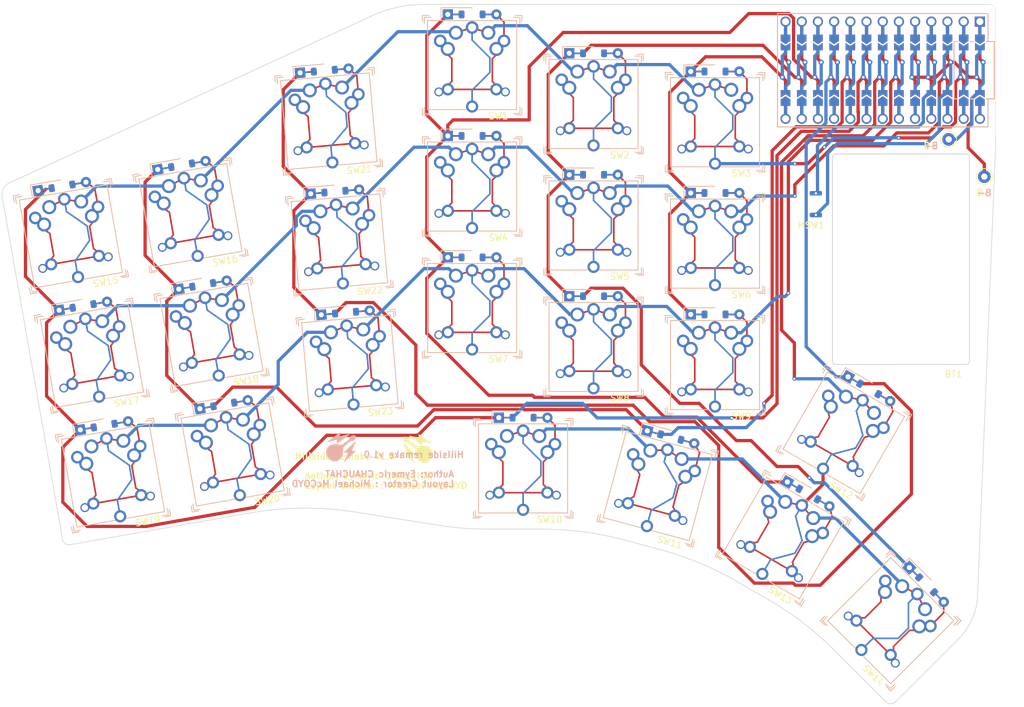
<source format=kicad_pcb>
(kicad_pcb (version 20240108) (generator "pcbnew") (generator_version "8.0")
  (layers (0 "F.Cu" signal) (31 "B.Cu" signal) (34 "B.Paste" user) (35 "F.Paste" user) (36 "B.SilkS" user "B.Silkscreen") (37 "F.SilkS" user "F.Silkscreen") (38 "B.Mask" user) (39 "F.Mask" user) (44 "Edge.Cuts" user))
  (net 0 "")
  (net 1 "+BATT")
  (net 2 "GND")
  (net 3 "/ROW 0")
  (net 4 "/COL 0")
  (net 5 "/COL 1")
  (net 6 "/COL 2")
  (net 7 "/COL 3")
  (net 8 "/COL 4")
  (net 9 "/COL 5")
  (net 10 "/ROW 1")
  (net 11 "/ROW 2")
  (net 12 "/ROW 3")
  (net 13 "VCC")
  (net 520 "Net-(U101-RST)")
  (footprint "Keyboard_CS:SW_UNIVERSAL_1.00u" (layer "F.Cu") (at 35.62308 83.70268 10)
    (property "Reference" "SW17")
    (property "Value" "~")
  )
  (footprint "Keyboard_CS:SW_UNIVERSAL_1.00u" (layer "F.Cu") (at 144.018 112.269485 -30)
    (property "Reference" "SW13")
    (property "Value" "~")
  )
  (footprint "Keyboard_CS:503020 battery hole" (layer "F.Cu") (at 173.25936 85.047775 180)
    (property "Reference" "BT1")
    (property "Value" "Battery_no_pin")
    (fp_line (start 21.5 0.5) (end 21.5 32.5) (stroke (width 0.12)) (layer "Edge.Cuts"))
    (fp_line (start 21 33) (end 0.5 33) (stroke (width 0.12)) (layer "Edge.Cuts"))
    (fp_line (start 0.5 0) (end 21 0) (stroke (width 0.12)) (layer "Edge.Cuts"))
    (fp_line (start 0 32.5) (end 0 0.5) (stroke (width 0.12)) (layer "Edge.Cuts"))
    (fp_arc (start 21.5 32.5) (mid 21.353553 32.853553) (end 21 33) (stroke (width 0.12)) (layer "Edge.Cuts"))
    (fp_arc (start 21 0) (mid 21.353553 0.146447) (end 21.5 0.5) (stroke (width 0.12)) (layer "Edge.Cuts"))
    (fp_arc (start 0.5 33) (mid 0.146447 32.853553) (end 0 32.5) (stroke (width 0.12)) (layer "Edge.Cuts"))
    (fp_arc (start 0 0.5) (mid 0.146447 0.146447) (end 0.5 0) (stroke (width 0.12)) (layer "Edge.Cuts"))
  )
  (footprint "Keyboard_CS:SW_UNIVERSAL_1.00u" (layer "F.Cu") (at 95.25 38.1)
    (property "Reference" "SW1")
    (property "Value" "~")
  )
  (footprint "Keyboard_CS:SW_UNIVERSAL_1.00u" (layer "F.Cu") (at 74.4265 65.869674 5)
    (property "Reference" "SW22")
    (property "Value" "~")
  )
  (footprint "Keyboard_CS:SW_UNIVERSAL_1.00u" (layer "F.Cu") (at 32.315083 64.942092 10)
    (property "Reference" "SW15")
    (property "Value" "~")
  )
  (footprint "Keyboard_CS:SW_UNIVERSAL_1.00u" (layer "F.Cu") (at 133.35 85.1535)
    (property "Reference" "SW9")
    (property "Value" "~")
  )
  (footprint "Keyboard_CS:Pin_D1.0mm_L10.0mm" (layer "F.Cu") (at 169.996 49.74535)
    (property "Reference" "J1" (hide yes))
    (property "Value" "Conn_01x01_Pin")
  )
  (footprint "Keyboard_CS:SW_UNIVERSAL_1.00u" (layer "F.Cu") (at 114.3 44.196)
    (property "Reference" "SW2")
    (property "Value" "~")
  )
  (footprint "Keyboard_CS:SW_UNIVERSAL_1.00u" (layer "F.Cu") (at 160.904244 125.226756 -45)
    (property "Reference" "SW14")
    (property "Value" "~")
  )
  (footprint "Keyboard_CS:ProMicro_DUAL_jumper" (layer "F.Cu") (at 172.352 31.27535 180)
    (property "Reference" "U101" (hide yes))
    (property "Value" "~")
  )
  (footprint "Keyboard_CS:SW_UNIVERSAL_1.00u" (layer "F.Cu") (at 54.383668 80.394682 10)
    (property "Reference" "SW18")
    (property "Value" "~")
  )
  (footprint "Keyboard_CS:SW_UNIVERSAL_1.00u" (layer "F.Cu") (at 153.543 95.771701 -30)
    (property "Reference" "SW12")
    (property "Value" "~")
  )
  (footprint "Keyboard_CS:SW_UNIVERSAL_1.00u" (layer "F.Cu") (at 133.35 47.0535)
    (property "Reference" "SW3")
    (property "Value" "~")
  )
  (footprint "Keyboard_CS:SW_UNIVERSAL_1.00u" (layer "F.Cu") (at 133.35 66.1035)
    (property "Reference" "SW6")
    (property "Value" "~")
  )
  (footprint "Keyboard_CS:MountingHole_2.2mm_M2_DIN965" (layer "F.Cu") (at 39.694 51.52335)
    (property "Reference" "H3" (hide yes))
    (property "Value" "MountingHole")
  )
  (footprint "Keyboard_CS:drawing" (layer "F.Cu") (at 86.684 98.25935)
    (property "Reference" "Sk1" (hide yes))
    (property "Value" "Silkscreen" (hide yes))
  )
  (footprint "Keyboard_CS:SW_UNIVERSAL_1.00u" (layer "F.Cu") (at 95.25 57.15)
    (property "Reference" "SW4")
    (property "Value" "~")
  )
  (footprint "Keyboard_CS:SW_UNIVERSAL_1.00u" (layer "F.Cu") (at 95.25 76.2)
    (property "Reference" "SW7")
    (property "Value" "~")
  )
  (footprint "Keyboard_CS:MountingHole_2.2mm_M2_DIN965" (layer "F.Cu") (at 49.346 106.38735)
    (property "Reference" "H4" (hide yes))
    (property "Value" "MountingHole")
  )
  (footprint "Keyboard_CS:Pin_D1.0mm_L10.0mm" (layer "F.Cu") (at 175.584 55.58735)
    (property "Reference" "J2" (hide yes))
    (property "Value" "Conn_01x01_Pin")
  )
  (footprint "Keyboard_CS:MountingHole_2.2mm_M2_DIN965" (layer "F.Cu") (at 175.000866 50.25335)
    (property "Reference" "H1" (hide yes))
    (property "Value" "MountingHole")
  )
  (footprint "Keyboard_CS:SW_UNIVERSAL_1.00u" (layer "F.Cu") (at 51.07567 61.634094 10)
    (property "Reference" "SW16")
    (property "Value" "~")
  )
  (footprint "Keyboard_CS:MountingHole_2.2mm_M2_DIN965" (layer "F.Cu") (at 171.831 119.253)
    (property "Reference" "H2" (hide yes))
    (property "Value" "MountingHole")
  )
  (footprint "Keyboard_CS:SW_UNIVERSAL_1.00u" (layer "F.Cu") (at 38.931078 102.463267 10)
    (property "Reference" "SW19")
    (property "Value" "~")
  )
  (footprint "Keyboard_CS:SW_UNIVERSAL_1.00u" (layer "F.Cu") (at 114.3 63.246)
    (property "Reference" "SW5")
    (property "Value" "~")
  )
  (footprint "Keyboard_CS:SW_UNIVERSAL_1.00u" (layer "F.Cu") (at 57.691666 99.155269 10)
    (property "Reference" "SW20")
    (property "Value" "~")
  )
  (footprint "Keyboard_CS:SW_UNIVERSAL_1.00u" (layer "F.Cu") (at 124.353552 104.124204 -15)
    (property "Reference" "SW11")
    (property "Value" "~")
  )
  (footprint "Keyboard_CS:SW_UNIVERSAL_1.00u" (layer "F.Cu") (at 76.086817 84.847183 5)
    (property "Reference" "SW23")
    (property "Value" "~")
  )
  (footprint "Keyboard_CS:Reset_Switch" (layer "F.Cu") (at 149.168 59.90535 -90)
    (property "Reference" "MSW1")
    (property "Value" "SW_Push")
  )
  (footprint "Keyboard_CS:SW_UNIVERSAL_1.00u" (layer "F.Cu") (at 72.766183 46.892165 5)
    (property "Reference" "SW21")
    (property "Value" "~")
  )
  (footprint "Keyboard_CS:SW_UNIVERSAL_1.00u" (layer "F.Cu") (at 103.251 101.346)
    (property "Reference" "SW10")
    (property "Value" "~")
  )
  (footprint "Keyboard_CS:SW_UNIVERSAL_1.00u" (layer "F.Cu") (at 114.3 82.296)
    (property "Reference" "SW8")
    (property "Value" "~")
  )
  (footprint "Keyboard_CS:drawing" (layer "B.Cu") (at 74.746 98.00535 180)
    (property "Reference" "Sk2" (hide yes))
    (property "Value" "Silkscreen" (hide yes))
  )
  (gr_line (start 119.148316 112.582638) (end 124.73146 114.0823) (stroke (width 0.1)) (layer "Edge.Cuts"))
  (gr_arc (start 32.189591 113.323912) (mid 31.442366 113.158256) (end 31.031135 112.512752) (stroke (width 0.1)) (layer "Edge.Cuts"))
  (gr_arc (start 97.69035 110.871) (mid 93.738402 110.714576) (end 89.811182 110.246285) (stroke (width 0.1)) (layer "Edge.Cuts"))
  (gr_arc (start 141.780258 121.971374) (mid 147.203969 125.598987) (end 152.109101 129.901997) (stroke (width 0.1)) (layer "Edge.Cuts"))
  (gr_line (start 104.775 28.575) (end 176.362 28.575) (stroke (width 0.1)) (layer "Edge.Cuts"))
  (gr_line (start 21.548539 58.734277) (end 31.031135 112.512752) (stroke (width 0.1)) (layer "Edge.Cuts"))
  (gr_arc (start 106.177809 110.871) (mid 112.719287 111.300757) (end 119.148316 112.582638) (stroke (width 0.1)) (layer "Edge.Cuts"))
  (gr_arc (start 174.530608 121.319577) (mid 173.699183 124.931056) (end 171.609635 127.991749) (stroke (width 0.1)) (layer "Edge.Cuts"))
  (gr_arc (start 177.362 49.397713) (mid 177.352051 50.395152) (end 177.322205 51.392193) (stroke (width 0.1)) (layer "Edge.Cuts"))
  (gr_line (start 136.787449 119.084699) (end 141.780258 121.971374) (stroke (width 0.1)) (layer "Edge.Cuts"))
  (gr_arc (start 124.73146 114.0823) (mid 130.923392 116.188404) (end 136.787449 119.084699) (stroke (width 0.1)) (layer "Edge.Cuts"))
  (gr_line (start 97.69035 110.871) (end 106.177809 110.871) (stroke (width 0.1)) (layer "Edge.Cuts"))
  (gr_line (start 177.362 49.397713) (end 177.362 29.575) (stroke (width 0.05)) (layer "Edge.Cuts"))
  (gr_arc (start 161.611351 137.990033) (mid 160.904244 138.282926) (end 160.197137 137.990033) (stroke (width 0.1)) (layer "Edge.Cuts"))
  (gr_line (start 152.109101 129.901997) (end 160.197137 137.990033) (stroke (width 0.1)) (layer "Edge.Cuts"))
  (gr_line (start 161.611351 137.990033) (end 171.609635 127.991749) (stroke (width 0.1)) (layer "Edge.Cuts"))
  (gr_line (start 104.775 28.575) (end 87.825117 28.575) (stroke (width 0.1)) (layer "Edge.Cuts"))
  (gr_arc (start 79.455424 30.410522) (mid 83.540817 29.039272) (end 87.825117 28.575) (stroke (width 0.1)) (layer "Edge.Cuts"))
  (gr_arc (start 21.548539 58.734277) (mid 21.746249 57.459447) (end 22.681186 56.570533) (stroke (width 0.1)) (layer "Edge.Cuts"))
  (gr_line (start 174.530608 121.319577) (end 177.322205 51.392193) (stroke (width 0.1)) (layer "Edge.Cuts"))
  (gr_arc (start 60.456498 108.339693) (mid 68.731663 107.581739) (end 77.018076 108.204797) (stroke (width 0.1)) (layer "Edge.Cuts"))
  (gr_line (start 79.455424 30.410522) (end 22.681186 56.570533) (stroke (width 0.1)) (layer "Edge.Cuts"))
  (gr_line (start 77.018076 108.204797) (end 89.811182 110.246285) (stroke (width 0.1)) (layer "Edge.Cuts"))
  (gr_line (start 32.189591 113.323912) (end 60.456498 108.339693) (stroke (width 0.1)) (layer "Edge.Cuts"))
  (gr_arc (start 176.362 28.575) (mid 177.069107 28.867893) (end 177.362 29.575) (stroke (width 0.05)) (layer "Edge.Cuts"))
  (gr_text "Author: Eymeric CHAUCHAT" (at 92.533286 102.83135 -0) (layer "B.SilkS") (effects (font (size 1 1) (thickness 0.2) (bold yes)) (justify left bottom mirror)))
  (gr_text "B+" (at 167.202 50.76135 -0) (layer "B.SilkS") (effects (font (size 1 1) (thickness 0.2) (bold yes)) (justify mirror)))
  (gr_text "B-\n" (at 175.584 58.12735 0) (layer "B.SilkS") (effects (font (size 1 1) (thickness 0.2) (bold yes)) (justify mirror)))
  (gr_text "Hillside remake v1.0\n" (at 94.057286 99.78335 -0) (layer "B.SilkS") (effects (font (size 1 1) (thickness 0.2) (bold yes)) (justify left bottom mirror)))
  (gr_text "Layout Creator : Michael McCOYD" (at 92.533286 104.35535 -0) (layer "B.SilkS") (effects (font (size 1 1) (thickness 0.2) (bold yes)) (justify left bottom mirror)))
  (gr_text "B+" (at 167.202 50.76135 0) (layer "F.SilkS") (effects (font (size 1 1) (thickness 0.2) (bold yes))))
  (gr_text "Layout Creator : Michael McCOYD" (at 68.904 104.60935 0) (layer "F.SilkS") (effects (font (size 1 1) (thickness 0.2) (bold yes)) (justify left bottom)))
  (gr_text "B-\n" (at 175.584 58.12735 -0) (layer "F.SilkS") (effects (font (size 1 1) (thickness 0.2) (bold yes))))
  (gr_text "Hillside remake v1.0\n" (at 67.38 100.03735 0) (layer "F.SilkS") (effects (font (size 1 1) (thickness 0.2) (bold yes)) (justify left bottom)))
  (gr_text "Author: Eymeric CHAUCHAT" (at 68.904 103.08535 0) (layer "F.SilkS") (effects (font (size 1 1) (thickness 0.2) (bold yes)) (justify left bottom)))
  (segment (start 174.892 42.516447) (end 174.451778 42.516447) (width 0.508) (layer "B.Cu") (net 1))
  (segment (start 173.638 43.330225) (end 173.638 47.37335) (width 0.508) (layer "B.Cu") (net 1))
  (segment (start 174.451778 42.516447) (end 173.638 43.330225) (width 0.508) (layer "B.Cu") (net 1))
  (segment (start 173.638 47.37335) (end 171.266 49.74535) (width 0.508) (layer "B.Cu") (net 1))
  (segment (start 171.266 49.74535) (end 169.996 49.74535) (width 0.508) (layer "B.Cu") (net 1))
  (segment (start 174.451778 42.516447) (end 174.892 42.516447) (width 0.508) (layer "F.Cu") (net 2))
  (segment (start 170.32 37.65075) (end 170.885685 37.65075) (width 0.508) (layer "F.Cu") (net 2))
  (segment (start 173.606 47.034774) (end 173.606 43.362225) (width 0.508) (layer "F.Cu") (net 2))
  (segment (start 170.885685 37.65075) (end 173.235185 40.00025) (width 0.508) (layer "F.Cu") (net 2))
  (segment (start 175.584 55.58735) (end 175.584 53.594639) (width 0.508) (layer "F.Cu") (net 2))
  (segment (start 173.044 47.596774) (end 173.606 47.034774) (width 0.508) (layer "F.Cu") (net 2))
  (segment (start 175.584 53.594639) (end 173.044 51.054639) (width 0.508) (layer "F.Cu") (net 2))
  (segment (start 164.224 40.00025) (end 166.764 40.00025) (width 0.508) (layer "F.Cu") (net 2))
  (segment (start 166.764 40.00025) (end 167.9705 40.00025) (width 0.508) (layer "F.Cu") (net 2))
  (segment (start 173.044 51.054639) (end 173.044 47.596774) (width 0.508) (layer "F.Cu") (net 2))
  (segment (start 167.9705 40.00025) (end 170.32 37.65075) (width 0.508) (layer "F.Cu") (net 2))
  (segment (start 173.235185 40.00025) (end 174.384 40.00025) (width 0.508) (layer "F.Cu") (net 2))
  (segment (start 173.606 43.362225) (end 174.451778 42.516447) (width 0.508) (layer "F.Cu") (net 2))
  (segment (start 151.00536 59.76799) (end 151.00536 51.94064) (width 0.508) (layer "B.Cu") (net 2))
  (segment (start 166.497 50.419) (end 168.526 48.39) (width 0.508) (layer "B.Cu") (net 2))
  (segment (start 152.527 50.419) (end 166.497 50.419) (width 0.508) (layer "B.Cu") (net 2))
  (segment (start 169.371778 42.516447) (end 169.812 42.516447) (width 0.508) (layer "B.Cu") (net 2))
  (segment (start 168.526 43.362225) (end 169.371778 42.516447) (width 0.508) (layer "B.Cu") (net 2))
  (segment (start 149.168 61.60535) (end 151.00536 59.76799) (width 0.508) (layer "B.Cu") (net 2))
  (segment (start 151.00536 51.94064) (end 152.527 50.419) (width 0.508) (layer "B.Cu") (net 2))
  (segment (start 168.526 48.39) (end 168.526 43.362225) (width 0.508) (layer "B.Cu") (net 2))
  (segment (start 170.331424 47.76935) (end 171.066 47.034774) (width 0.508) (layer "F.Cu") (net 3))
  (segment (start 147.89985 53.5535) (end 145.866 53.5535) (width 0.508) (layer "F.Cu") (net 3))
  (segment (start 171.066 40.77825) (end 171.844 40.00025) (width 0.508) (layer "F.Cu") (net 3))
  (segment (start 162.147159 49.516509) (end 167.430841 49.516509) (width 0.508) (layer "F.Cu") (net 3))
  (segment (start 167.430841 49.516509) (end 169.178 47.76935) (width 0.508) (layer "F.Cu") (net 3))
  (segment (start 169.178 47.76935) (end 170.331424 47.76935) (width 0.508) (layer "F.Cu") (net 3))
  (segment (start 171.066 47.034774) (end 171.066 40.77825) (width 0.508) (layer "F.Cu") (net 3))
  (segment (start 150.494079 50.959271) (end 147.89985 53.5535) (width 0.508) (layer "F.Cu") (net 3))
  (via (at 145.866 53.5535) (size 0.6) (drill 0.3) (layers "F.Cu" "B.Cu") (net 3))
  (via (at 162.147159 49.516509) (size 0.6) (drill 0.3) (layers "F.Cu" "B.Cu") (net 3))
  (via (at 150.494079 50.959271) (size 0.6) (drill 0.3) (layers "F.Cu" "B.Cu") (net 3))
  (segment (start 98.889999 31.920001) (end 103.910651 31.920001) (width 0.508) (layer "B.Cu") (net 3))
  (segment (start 126.208651 38.016001) (end 130.16615 41.9735) (width 0.508) (layer "B.Cu") (net 3))
  (segment (start 116.84 39.116) (end 117.939999 38.016001) (width 0.508) (layer "B.Cu") (net 3))
  (segment (start 66.832281 42.052872) (end 69.793097 42.052872) (width 0.508) (layer "B.Cu") (net 3))
  (segment (start 117.939999 38.016001) (end 126.208651 38.016001) (width 0.508) (layer "B.Cu") (net 3))
  (segment (start 162.122 49.49135) (end 162.147159 49.516509) (width 0.508) (layer "B.Cu") (net 3))
  (segment (start 83.602886 32.861) (end 92.551 32.861) (width 0.508) (layer "B.Cu") (net 3))
  (segment (start 36.360227 57.072337) (end 47.692126 57.072337) (width 0.508) (layer "B.Cu") (net 3))
  (segment (start 130.16615 41.9735) (end 130.81 41.9735) (width 0.508) (layer "B.Cu") (net 3))
  (segment (start 33.934362 59.498202) (end 36.360227 57.072337) (width 0.508) (layer "B.Cu") (net 3))
  (segment (start 145.866 53.5535) (end 133.35 53.5535) (width 0.508) (layer "B.Cu") (net 3))
  (segment (start 111.10665 39.116) (end 111.76 39.116) (width 0.508) (layer "B.Cu") (net 3))
  (segment (start 74.853766 41.61012) (end 83.602886 32.861) (width 0.508) (layer "B.Cu") (net 3))
  (segment (start 151.962 49.49135) (end 162.122 49.49135) (width 0.508) (layer "B.Cu") (net 3))
  (segment (start 92.551 32.861) (end 92.71 33.02) (width 0.508) (layer "B.Cu") (net 3))
  (segment (start 97.79 33.02) (end 98.889999 31.920001) (width 0.508) (layer "B.Cu") (net 3))
  (segment (start 103.910651 31.920001) (end 111.10665 39.116) (width 0.508) (layer "B.Cu") (net 3))
  (segment (start 52.694949 56.190204) (end 66.832281 42.052872) (width 0.508) (layer "B.Cu") (net 3))
  (segment (start 150.494079 50.959271) (end 151.962 49.49135) (width 0.508) (layer "B.Cu") (net 3))
  (segment (start 89.51535 93.396) (end 99.441 93.396) (width 0.508) (layer "F.Cu") (net 4))
  (segment (start 25.202686 60.73575) (end 25.202686 71.247285) (width 0.508) (layer "F.Cu") (net 4))
  (segment (start 140.836318 93.43335) (end 135.96 93.43335) (width 0.508) (layer "F.Cu") (net 4))
  (segment (start 31.058 98.036102) (end 31.058 106.64135) (width 0.508) (layer "F.Cu") (net 4))
  (segment (start 28.37408 57.564356) (end 25.202686 60.73575) (width 0.508) (layer "F.Cu") (net 4))
  (segment (start 143.072 52.28535) (end 143.072 91.197668) (width 0.508) (layer "F.Cu") (net 4))
  (segment (start 28.510683 90.007871) (end 33.798457 95.295645) (width 0.508) (layer "F.Cu") (net 4))
  (segment (start 146.88 48.47735) (end 143.072 52.28535) (width 0.508) (layer "F.Cu") (net 4))
  (segment (start 155.781 45.424926) (end 155.826 45.469926) (width 0.508) (layer "F.Cu") (net 4))
  (segment (start 156.604 40.00025) (end 155.781 40.82325) (width 0.508) (layer "F.Cu") (net 4))
  (segment (start 143.072 91.197668) (end 140.836318 93.43335) (width 0.508) (layer "F.Cu") (net 4))
  (segment (start 30.490459 76.535058) (end 28.510683 78.514834) (width 0.508) (layer "F.Cu") (net 4))
  (segment (start 155.781 40.82325) (end 155.781 45.424926) (width 0.508) (layer "F.Cu") (net 4))
  (segment (start 33.798457 95.295645) (end 31.058 98.036102) (width 0.508) (layer "F.Cu") (net 4))
  (segment (start 31.058 106.64135) (end 34.868 110.45135) (width 0.508) (layer "F.Cu") (net 4))
  (segment (start 61.17735 107.446956) (end 72.46 96.164306) (width 0.508) (layer "F.Cu") (net 4))
  (segment (start 86.747044 96.164306) (end 89.51535 93.396) (width 0.508) (layer "F.Cu") (net 4))
  (segment (start 155.826 47.034774) (end 154.383424 48.47735) (width 0.508) (layer "F.Cu") (net 4))
  (segment (start 25.202686 71.247285) (end 30.490459 76.535058) (width 0.508) (layer "F.Cu") (net 4))
  (segment (start 44.138584 110.45135) (end 61.17735 107.446956) (width 0.508) (layer "F.Cu") (net 4))
  (segment (start 155.826 45.469926) (end 155.826 47.034774) (width 0.508) (layer "F.Cu") (net 4))
  (segment (start 72.46 96.164306) (end 86.747044 96.164306) (width 0.508) (layer "F.Cu") (net 4))
  (segment (start 28.510683 78.514834) (end 28.510683 90.007871) (width 0.508) (layer "F.Cu") (net 4))
  (segment (start 34.868 110.45135) (end 44.138584 110.45135) (width 0.508) (layer "F.Cu") (net 4))
  (segment (start 154.383424 48.47735) (end 146.88 48.47735) (width 0.508) (layer "F.Cu") (net 4))
  (via (at 135.96 93.43335) (size 0.6) (drill 0.3) (layers "F.Cu" "B.Cu") (net 4))
  (segment (start 112.592 91.14735) (end 103.84965 91.14735) (width 0.508) (layer "B.Cu") (net 4))
  (segment (start 103.84965 91.14735) (end 101.601 93.396) (width 0.508) (layer "B.Cu") (net 4))
  (segment (start 114.878 93.43335) (end 112.592 91.14735) (width 0.508) (layer "B.Cu") (net 4))
  (segment (start 135.96 93.43335) (end 114.878 93.43335) (width 0.508) (layer "B.Cu") (net 4))
  (segment (start 153.286 47.034774) (end 153.286 40.77825) (width 0.508) (layer "F.Cu") (net 5))
  (segment (start 86.684 94.70335) (end 89.24535 92.142) (width 0.508) (layer "F.Cu") (net 5))
  (segment (start 153.286 40.77825) (end 154.064 40.00025) (width 0.508) (layer "F.Cu") (net 5))
  (segment (start 142.31 89.87735) (end 142.31 51.52335) (width 0.508) (layer "F.Cu") (net 5))
  (segment (start 47.360766 75.117341) (end 49.251047 73.22706) (width 0.508) (layer "F.Cu") (net 5))
  (segment (start 146.064 47.76935) (end 152.551424 47.76935) (width 0.508) (layer "F.Cu") (net 5))
  (segment (start 141.04 91.14735) (end 142.31 89.87735) (width 0.508) (layer "F.Cu") (net 5))
  (segment (start 43.963273 56.446248) (end 43.963273 67.939286) (width 0.508) (layer "F.Cu") (net 5))
  (segment (start 52.559045 91.987647) (end 47.360766 86.789368) (width 0.508) (layer "F.Cu") (net 5))
  (segment (start 57.691447 88.60735) (end 64.586 88.60735) (width 0.508) (layer "F.Cu") (net 5))
  (segment (start 142.31 51.52335) (end 146.064 47.76935) (width 0.508) (layer "F.Cu") (net 5))
  (segment (start 47.360766 86.789368) (end 47.360766 75.117341) (width 0.508) (layer "F.Cu") (net 5))
  (segment (start 89.24535 92.142) (end 119.413993 92.142) (width 0.508) (layer "F.Cu") (net 5))
  (segment (start 54.68623 91.612567) (end 57.691447 88.60735) (width 0.508) (layer "F.Cu") (net 5))
  (segment (start 45.943049 54.466472) (end 43.963273 56.446248) (width 0.508) (layer "F.Cu") (net 5))
  (segment (start 152.551424 47.76935) (end 153.286 47.034774) (width 0.508) (layer "F.Cu") (net 5))
  (segment (start 119.413993 92.142) (end 122.730986 95.458993) (width 0.508) (layer "F.Cu") (net 5))
  (segment (start 64.586 88.60735) (end 70.682 94.70335) (width 0.508) (layer "F.Cu") (net 5))
  (segment (start 70.682 94.70335) (end 86.684 94.70335) (width 0.508) (layer "F.Cu") (net 5))
  (segment (start 43.963273 67.939286) (end 49.251047 73.22706) (width 0.508) (layer "F.Cu") (net 5))
  (via (at 141.04 91.14735) (size 0.6) (drill 0.3) (layers "F.Cu" "B.Cu") (net 5))
  (segment (start 141.04 91.14735) (end 141.04 92.16335) (width 0.508) (layer "B.Cu") (net 5))
  (segment (start 127.578 94.95735) (end 126.517308 96.018042) (width 0.508) (layer "B.Cu") (net 5))
  (segment (start 126.517308 96.018042) (end 124.817386 96.018042) (width 0.508) (layer "B.Cu") (net 5))
  (segment (start 138.246 94.95735) (end 127.578 94.95735) (width 0.508) (layer "B.Cu") (net 5))
  (segment (start 141.04 92.16335) (end 138.246 94.95735) (width 0.508) (layer "B.Cu") (net 5))
  (segment (start 86.43 82.00335) (end 86.43 89.62335) (width 0.508) (layer "F.Cu") (net 6))
  (segment (start 145.941442 119.670792) (end 149.854558 119.670792) (width 0.508) (layer "F.Cu") (net 6))
  (segment (start 130.201847 94.025197) (end 133.928 97.75135) (width 0.508) (layer "F.Cu") (net 6))
  (segment (start 67.290696 72.951768) (end 67.290696 60.929404) (width 0.508) (layer "F.Cu") (net 6))
  (segment (start 120.49865 91.434) (end 123.089847 94.025197) (width 0.508) (layer "F.Cu") (net 6))
  (segment (start 65.630379 41.951895) (end 65.630379 53.974259) (width 0.508) (layer "F.Cu") (net 6))
  (segment (start 139.516 119.34135) (end 145.612 119.34135) (width 0.508) (layer "F.Cu") (net 6))
  (segment (start 164.154 92.354818) (end 159.860981 88.061799) (width 0.508) (layer "F.Cu") (net 6))
  (segment (start 159.860981 88.061799) (end 156.089058 88.061799) (width 0.508) (layer "F.Cu") (net 6))
  (segment (start 71.598427 77.259499) (end 67.290696 72.951768) (width 0.508) (layer "F.Cu") (net 6))
  (segment (start 65.630379 53.974259) (end 69.93811 58.28199) (width 0.508) (layer "F.Cu") (net 6))
  (segment (start 164.154 105.37135) (end 164.154 92.354818) (width 0.508) (layer "F.Cu") (net 6))
  (segment (start 79.768022 75.341372) (end 86.43 82.00335) (width 0.508) (layer "F.Cu") (net 6))
  (segment (start 75.480078 75.341372) (end 79.768022 75.341372) (width 0.508) (layer "F.Cu") (net 6))
  (segment (start 149.854558 119.670792) (end 164.154 105.37135) (width 0.508) (layer "F.Cu") (net 6))
  (segment (start 145.612 119.34135) (end 145.941442 119.670792) (width 0.508) (layer "F.Cu") (net 6))
  (segment (start 88.24065 91.434) (end 120.49865 91.434) (width 0.508) (layer "F.Cu") (net 6))
  (segment (start 73.750208 77.071242) (end 75.480078 75.341372) (width 0.508) (layer "F.Cu") (net 6))
  (segment (start 133.928 113.75335) (end 139.516 119.34135) (width 0.508) (layer "F.Cu") (net 6))
  (segment (start 86.43 89.62335) (end 88.24065 91.434) (width 0.508) (layer "F.Cu") (net 6))
  (segment (start 123.089847 94.025197) (end 130.201847 94.025197) (width 0.508) (layer "F.Cu") (net 6))
  (segment (start 68.277793 39.304481) (end 65.630379 41.951895) (width 0.508) (layer "F.Cu") (net 6))
  (segment (start 67.290696 60.929404) (end 69.93811 58.28199) (width 0.508) (layer "F.Cu") (net 6))
  (segment (start 133.928 97.75135) (end 133.928 113.75335) (width 0.508) (layer "F.Cu") (net 6))
  (segment (start 151.524 40.00025) (end 150.746 40.77825) (width 0.508) (layer "B.Cu") (net 6))
  (segment (start 147.644 82.25735) (end 152.368449 86.981799) (width 0.508) (layer "B.Cu") (net 6))
  (segment (start 150.746 40.77825) (end 150.746 47.15135) (width 0.508) (layer "B.Cu") (net 6))
  (segment (start 147.644 50.25335) (end 147.644 82.25735) (width 0.508) (layer "B.Cu") (net 6))
  (segment (start 150.746 47.15135) (end 147.644 50.25335) (width 0.508) (layer "B.Cu") (net 6))
  (segment (start 152.368449 86.981799) (end 154.218443 86.981799) (width 0.508) (layer "B.Cu") (net 6))
  (segment (start 88.1451 52.4949) (end 88.1451 64.9551) (width 0.508) (layer "F.Cu") (net 7))
  (segment (start 88.1451 45.9051) (end 91.44 49.2) (width 0.508) (layer "F.Cu") (net 7))
  (segment (start 122.31265 90.2) (end 125.429847 93.317197) (width 0.508) (layer "F.Cu") (net 7))
  (segment (start 97.86 89.87735) (end 104.718 89.87735) (width 0.508) (layer "F.Cu") (net 7))
  (segment (start 88.1451 64.9551) (end 91.44 68.25) (width 0.508) (layer "F.Cu") (net 7))
  (segment (start 91.44 49.2) (end 88.1451 52.4949) (width 0.508) (layer "F.Cu") (net 7))
  (segment (start 91.44 30.15) (end 88.1451 33.4449) (width 0.508) (layer "F.Cu") (net 7))
  (segment (start 130.495111 93.317197) (end 140.657497 103.479583) (width 0.508) (layer "F.Cu") (net 7))
  (segment (start 88.1451 80.16245) (end 97.86 89.87735) (width 0.508) (layer "F.Cu") (net 7))
  (segment (start 91.44 47.52935) (end 91.44 49.2) (width 0.508) (layer "F.Cu") (net 7))
  (segment (start 145.666 30.755926) (end 144.931424 30.02135) (width 0.508) (layer "F.Cu") (net 7))
  (segment (start 105.04065 90.2) (end 122.31265 90.2) (width 0.508) (layer "F.Cu") (net 7))
  (segment (start 104.718 89.87735) (end 105.04065 90.2) (width 0.508) (layer "F.Cu") (net 7))
  (segment (start 91.44 68.25) (end 88.1451 71.5449) (width 0.508) (layer "F.Cu") (net 7))
  (segment (start 92.272 46.69735) (end 91.44 47.52935) (width 0.508) (layer "F.Cu") (net 7))
  (segment (start 104.21 46.69735) (end 92.272 46.69735) (width 0.508) (layer "F.Cu") (net 7))
  (segment (start 109.544 32.98135) (end 104.21 38.31535) (width 0.508) (layer "F.Cu") (net 7))
  (segment (start 135.676527 32.98135) (end 109.544 32.98135) (width 0.508) (layer "F.Cu") (net 7))
  (segment (start 148.984 40.00025) (end 148.477239 40.00025) (width 0.508) (layer "F.Cu") (net 7))
  (segment (start 140.657497 103.479583) (end 144.693443 103.479583) (width 0.508) (layer "F.Cu") (net 7))
  (segment (start 88.1451 71.5449) (end 88.1451 80.16245) (width 0.508) (layer "F.Cu") (net 7))
  (segment (start 88.1451 33.4449) (end 88.1451 45.9051) (width 0.508) (layer "F.Cu") (net 7))
  (segment (start 138.636527 30.02135) (end 135.676527 32.98135) (width 0.508) (layer "F.Cu") (net 7))
  (segment (start 148.477239 40.00025) (end 145.666 37.189011) (width 0.508) (layer "F.Cu") (net 7))
  (segment (start 104.21 38.31535) (end 104.21 46.69735) (width 0.508) (layer "F.Cu") (net 7))
  (segment (start 144.931424 30.02135) (end 138.636527 30.02135) (width 0.508) (layer "F.Cu") (net 7))
  (segment (start 125.429847 93.317197) (end 130.495111 93.317197) (width 0.508) (layer "F.Cu") (net 7))
  (segment (start 145.666 37.189011) (end 145.666 30.755926) (width 0.508) (layer "F.Cu") (net 7))
  (segment (start 110.49 74.346) (end 107.1951 71.0511) (width 0.508) (layer "F.Cu") (net 8))
  (segment (start 107.1951 58.5909) (end 110.49 55.296) (width 0.508) (layer "F.Cu") (net 8))
  (segment (start 121.77815 75.9495) (end 121.77815 85.0935) (width 0.508) (layer "F.Cu") (net 8))
  (segment (start 145.878315 40.00025) (end 140.870065 34.992) (width 0.508) (layer "F.Cu") (net 8))
  (segment (start 113.904 34.992) (end 112.65 36.246) (width 0.508) (layer "F.Cu") (net 8))
  (segment (start 112.65 74.346) (end 113.904 73.092) (width 0.508) (layer "F.Cu") (net 8))
  (segment (start 140.870065 34.992) (end 113.904 34.992) (width 0.508) (layer "F.Cu") (net 8))
  (segment (start 107.1951 52.0011) (end 110.49 55.296) (width 0.508) (layer "F.Cu") (net 8))
  (segment (start 118.92065 73.092) (end 121.77815 75.9495) (width 0.508) (layer "F.Cu") (net 8))
  (segment (start 113.904 73.092) (end 118.92065 73.092) (width 0.508) (layer "F.Cu") (net 8))
  (segment (start 107.1951 39.5409) (end 107.1951 52.0011) (width 0.508) (layer "F.Cu") (net 8))
  (segment (start 121.77815 85.0935) (end 127.832 91.14735) (width 0.508) (layer "F.Cu") (net 8))
  (segment (start 143.072 101.05335) (end 146.374 101.05335) (width 0.508) (layer "F.Cu") (net 8))
  (segment (start 146.374 101.05335) (end 148.152 102.83135) (width 0.508) (layer "F.Cu") (net 8))
  (segment (start 107.1951 71.0511) (end 107.1951 58.5909) (width 0.508) (layer "F.Cu") (net 8))
  (segment (start 136.700294 96.98935) (end 139.008 96.98935) (width 0.508) (layer "F.Cu") (net 8))
  (segment (start 146.444 40.00025) (end 145.878315 40.00025) (width 0.508) (layer "F.Cu") (net 8))
  (segment (start 127.832 91.14735) (end 130.858294 91.14735) (width 0.508) (layer "F.Cu") (net 8))
  (segment (start 139.008 96.98935) (end 143.072 101.05335) (width 0.508) (layer "F.Cu") (net 8))
  (segment (start 110.49 36.246) (end 107.1951 39.5409) (width 0.508) (layer "F.Cu") (net 8))
  (segment (start 130.858294 91.14735) (end 136.700294 96.98935) (width 0.508) (layer "F.Cu") (net 8))
  (via (at 148.152 102.83135) (size 0.6) (drill 0.3) (layers "F.Cu" "B.Cu") (net 8))
  (segment (start 148.152 102.83135) (end 148.914 103.59335) (width 0.508) (layer "B.Cu") (net 8))
  (segment (start 148.914 103.59335) (end 150.513836 103.59335) (width 0.508) (layer "B.Cu") (net 8))
  (segment (start 150.513836 103.59335) (end 163.831666 116.91118) (width 0.508) (layer "B.Cu") (net 8))
  (segment (start 126.2451 54.8586) (end 129.54 58.1535) (width 0.508) (layer "F.Cu") (net 9))
  (segment (start 140.6951 36.79135) (end 131.85215 36.79135) (width 0.508) (layer "F.Cu") (net 9))
  (segment (start 131.85215 36.79135) (end 129.54 39.1035) (width 0.508) (layer "F.Cu") (net 9))
  (segment (start 129.54 58.1535) (end 126.2451 61.4484) (width 0.508) (layer "F.Cu") (net 9))
  (segment (start 129.54 39.1035) (end 126.2451 42.3984) (width 0.508) (layer "F.Cu") (net 9))
  (segment (start 143.904 40.00025) (end 140.6951 36.79135) (width 0.508) (layer "F.Cu") (net 9))
  (segment (start 126.2451 61.4484) (end 126.2451 73.9086) (width 0.508) (layer "F.Cu") (net 9))
  (segment (start 126.2451 73.9086) (end 129.54 77.2035) (width 0.508) (layer "F.Cu") (net 9))
  (segment (start 126.2451 42.3984) (end 126.2451 54.8586) (width 0.508) (layer "F.Cu") (net 9))
  (segment (start 169.304 40.00025) (end 168.481 40.82325) (width 0.508) (layer "F.Cu") (net 10))
  (segment (start 168.526 40.86825) (end 168.526 47.034774) (width 0.508) (layer "F.Cu") (net 10))
  (segment (start 166.831424 48.72935) (end 161.868 48.72935) (width 0.508) (layer "F.Cu") (net 10))
  (segment (start 159.836 50.76135) (end 151.962 50.76135) (width 0.508) (layer "F.Cu") (net 10))
  (segment (start 168.526 47.034774) (end 166.831424 48.72935) (width 0.508) (layer "F.Cu") (net 10))
  (segment (start 145.866 56.85735) (end 145.866 58.63535) (width 0.508) (layer "F.Cu") (net 10))
  (segment (start 161.868 48.72935) (end 159.836 50.76135) (width 0.508) (layer "F.Cu") (net 10))
  (segment (start 168.481 40.82325) (end 168.526 40.86825) (width 0.508) (layer "F.Cu") (net 10))
  (segment (start 151.962 50.76135) (end 145.866 56.85735) (width 0.508) (layer "F.Cu") (net 10))
  (via (at 145.866 58.63535) (size 0.6) (drill 0.3) (layers "F.Cu" "B.Cu") (net 10))
  (segment (start 39.668224 75.832925) (end 51.000124 75.832925) (width 0.508) (layer "B.Cu") (net 10))
  (segment (start 111.10665 58.166) (end 111.76 58.166) (width 0.508) (layer "B.Cu") (net 10))
  (segment (start 56.002947 74.950792) (end 67.675335 63.278404) (width 0.508) (layer "B.Cu") (net 10))
  (segment (start 67.675335 63.278404) (end 67.675335 61.923859) (width 0.508) (layer "B.Cu") (net 10))
  (segment (start 139.833784 58.63535) (end 137.445634 61.0235) (width 0.508) (layer "B.Cu") (net 10))
  (segment (start 97.79 52.07) (end 98.889999 50.970001) (width 0.508) (layer "B.Cu") (net 10))
  (segment (start 91.610001 50.970001) (end 92.71 52.07) (width 0.508) (layer "B.Cu") (net 10))
  (segment (start 117.939999 57.066001) (end 125.944501 57.066001) (width 0.508) (layer "B.Cu") (net 10))
  (segment (start 103.910651 50.970001) (end 111.10665 58.166) (width 0.508) (layer "B.Cu") (net 10))
  (segment (start 98.889999 50.970001) (end 103.910651 50.970001) (width 0.508) (layer "B.Cu") (net 10))
  (segment (start 86.131711 50.970001) (end 91.610001 50.970001) (width 0.508) (layer "B.Cu") (net 10))
  (segment (start 67.675335 61.923859) (end 68.568813 61.030381) (width 0.508) (layer "B.Cu") (net 10))
  (segment (start 68.568813 61.030381) (end 71.453414 61.030381) (width 0.508) (layer "B.Cu") (net 10))
  (segment (start 116.84 58.166) (end 117.939999 57.066001) (width 0.508) (layer "B.Cu") (net 10))
  (segment (start 37.242359 78.25879) (end 39.668224 75.832925) (width 0.508) (layer "B.Cu") (net 10))
  (segment (start 145.866 58.63535) (end 139.833784 58.63535) (width 0.508) (layer "B.Cu") (net 10))
  (segment (start 129.902 61.0235) (end 130.81 61.0235) (width 0.508) (layer "B.Cu") (net 10))
  (segment (start 76.514083 60.587629) (end 86.131711 50.970001) (width 0.508) (layer "B.Cu") (net 10))
  (segment (start 125.944501 57.066001) (end 129.902 61.0235) (width 0.508) (layer "B.Cu") (net 10))
  (segment (start 137.445634 61.0235) (end 135.89 61.0235) (width 0.508) (layer "B.Cu") (net 10))
  (segment (start 161.684 40.00025) (end 160.906 40.77825) (width 0.508) (layer "F.Cu") (net 11))
  (segment (start 158.047424 49.89335) (end 148.243264 49.89335) (width 0.508) (layer "F.Cu") (net 11))
  (segment (start 148.243264 49.89335) (end 144.85 53.286614) (width 0.508) (layer "F.Cu") (net 11))
  (segment (start 160.906 40.77825) (end 160.906 47.034774) (width 0.508) (layer "F.Cu") (net 11))
  (segment (start 160.906 47.034774) (end 158.047424 49.89335) (width 0.508) (layer "F.Cu") (net 11))
  (segment (start 144.85 53.286614) (end 144.85 73.87535) (width 0.508) (layer "F.Cu") (net 11))
  (via (at 144.85 73.87535) (size 0.6) (drill 0.3) (layers "F.Cu" "B.Cu") (net 11))
  (segment (start 116.84 77.216) (end 118.1065 75.9495) (width 0.508) (layer "B.Cu") (net 11))
  (segment (start 118.1065 75.9495) (end 125.778 75.9495) (width 0.508) (layer "B.Cu") (net 11))
  (segment (start 78.1744 79.565138) (end 87.719537 70.020001) (width 0.508) (layer "B.Cu") (net 11))
  (segment (start 64.84 88.182324) (end 64.84 84.54335) (width 0.508) (layer "B.Cu") (net 11))
  (segment (start 69.37546 80.00789) (end 73.113731 80.00789) (width 0.508) (layer "B.Cu") (net 11))
  (segment (start 42.976222 94.593512) (end 54.308122 94.593512) (width 0.508) (layer "B.Cu") (net 11))
  (segment (start 98.889999 70.020001) (end 103.402651 70.020001) (width 0.508) (layer "B.Cu") (net 11))
  (segment (start 97.79 71.12) (end 98.889999 70.020001) (width 0.508) (layer "B.Cu") (net 11))
  (segment (start 87.719537 70.020001) (end 91.610001 70.020001) (width 0.508) (layer "B.Cu") (net 11))
  (segment (start 143.135784 74.38335) (end 137.445634 80.0735) (width 0.508) (layer "B.Cu") (net 11))
  (segment (start 144.342 74.38335) (end 143.135784 74.38335) (width 0.508) (layer "B.Cu") (net 11))
  (segment (start 91.610001 70.020001) (end 92.71 71.12) (width 0.508) (layer "B.Cu") (net 11))
  (segment (start 40.550357 97.019377) (end 42.976222 94.593512) (width 0.508) (layer "B.Cu") (net 11))
  (segment (start 110.59865 77.216) (end 111.76 77.216) (width 0.508) (layer "B.Cu") (net 11))
  (segment (start 137.445634 80.0735) (end 135.89 80.0735) (width 0.508) (layer "B.Cu") (net 11))
  (segment (start 103.402651 70.020001) (end 110.59865 77.216) (width 0.508) (layer "B.Cu") (net 11))
  (segment (start 144.85 73.87535) (end 144.342 74.38335) (width 0.508) (layer "B.Cu") (net 11))
  (segment (start 129.902 80.0735) (end 130.81 80.0735) (width 0.508) (layer "B.Cu") (net 11))
  (segment (start 64.84 84.54335) (end 69.37546 80.00789) (width 0.508) (layer "B.Cu") (net 11))
  (segment (start 59.310945 93.711379) (end 64.84 88.182324) (width 0.508) (layer "B.Cu") (net 11))
  (segment (start 125.778 75.9495) (end 129.902 80.0735) (width 0.508) (layer "B.Cu") (net 11))
  (segment (start 143.78 79.66335) (end 143.78 53.35535) (width 0.508) (layer "F.Cu") (net 12))
  (segment (start 158.398 47.37335) (end 158.398 40.74625) (width 0.508) (layer "F.Cu") (net 12))
  (segment (start 156.586 49.18535) (end 158.398 47.37335) (width 0.508) (layer "F.Cu") (net 12))
  (segment (start 150.293 101.400866) (end 150.293 103.834935) (width 0.508) (layer "F.Cu") (net 12))
  (segment (start 145.793011 87.294391) (end 145.793011 81.676361) (width 0.508) (layer "F.Cu") (net 12))
  (segment (start 147.95 49.18535) (end 156.586 49.18535) (width 0.508) (layer "F.Cu") (net 12))
  (segment (start 143.78 53.35535) (end 147.95 49.18535) (width 0.508) (layer "F.Cu") (net 12))
  (segment (start 158.398 40.74625) (end 159.144 40.00025) (width 0.508) (layer "F.Cu") (net 12))
  (segment (start 145.793011 81.676361) (end 143.78 79.66335) (width 0.508) (layer "F.Cu") (net 12))
  (segment (start 150.293 103.834935) (end 146.968 107.159935) (width 0.508) (layer "F.Cu") (net 12))
  (via (at 145.793011 87.294391) (size 0.6) (drill 0.3) (layers "F.Cu" "B.Cu") (net 12))
  (segment (start 105.791 96.266) (end 106.890999 95.166001) (width 0.508) (layer "B.Cu") (net 12))
  (segment (start 162.700295 119.613741) (end 162.700295 119.838602) (width 0.508) (layer "B.Cu") (net 12))
  (segment (start 145.793011 87.294391) (end 151.075394 87.294391) (width 0.508) (layer "B.Cu") (net 12))
  (segment (start 106.890999 95.166001) (end 119.821002 95.166001) (width 0.508) (layer "B.Cu") (net 12))
  (segment (start 137.63292 99.874701) (end 144.358295 106.600076) (width 0.508) (layer "B.Cu") (net 12))
  (segment (start 151.075394 87.294391) (end 153.883295 90.102292) (width 0.508) (layer "B.Cu") (net 12))
  (segment (start 148.757705 109.140076) (end 152.22663 109.140076) (width 0.508) (layer "B.Cu") (net 12))
  (segment (start 119.821002 95.166001) (end 123.214901 98.5599) (width 0.508) (layer "B.Cu") (net 12))
  (segment (start 152.22663 109.140076) (end 162.700295 119.613741) (width 0.508) (layer "B.Cu") (net 12))
  (segment (start 128.121804 99.874701) (end 137.63292 99.874701) (width 0.508) (layer "B.Cu") (net 12))
  (segment (start 152.388841 47.76935) (end 165.283424 47.76935) (width 0.508) (layer "B.Cu") (net 520))
  (segment (start 149.422 57.95135) (end 149.422 50.736191) (width 0.508) (layer "B.Cu") (net 520))
  (segment (start 149.168 58.20535) (end 149.422 57.95135) (width 0.508) (layer "B.Cu") (net 520))
  (segment (start 149.422 50.736191) (end 152.388841 47.76935) (width 0.508) (layer "B.Cu") (net 520))
  (segment (start 166.831778 42.516447) (end 167.272 42.516447) (width 0.508) (layer "B.Cu") (net 520))
  (segment (start 165.283424 47.76935) (end 166.018 47.034774) (width 0.508) (layer "B.Cu") (net 520))
  (segment (start 166.018 47.034774) (end 166.018 43.330225) (width 0.508) (layer "B.Cu") (net 520))
  (segment (start 166.018 43.330225) (end 166.831778 42.516447) (width 0.508) (layer "B.Cu") (net 520))
)
</source>
